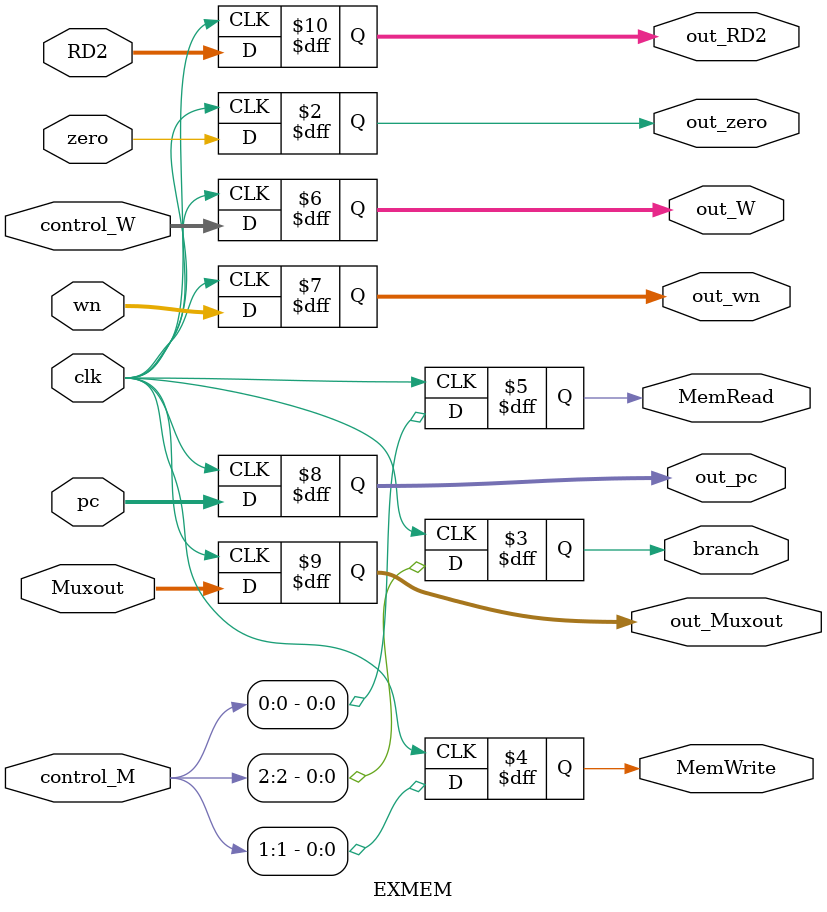
<source format=v>
module EXMEM( clk, pc, Muxout, RD2, wn, control_M, control_W, zero,
              out_pc, out_Muxout, out_RD2, out_wn, out_W, out_zero,
              branch, MemWrite, MemRead );


  input clk, zero ;
  input [1:0] control_W;
  input [2:0] control_M;
  input [4:0] wn;
  input [31:0] pc, Muxout, RD2;

  output out_zero, branch, MemWrite, MemRead ;
  output [1:0] out_W;
  output [4:0] out_wn;
  output [31:0] out_pc, out_Muxout, out_RD2;

  reg out_zero, branch, MemWrite, MemRead ;
  reg [1:0] out_W;
  reg [4:0] out_wn;
  reg [31:0] out_pc, out_Muxout, out_RD2 ;
  
  always @ ( posedge clk ) begin
    out_zero <= zero;
    out_pc <= pc;
    out_Muxout <= Muxout;
    out_RD2 <= RD2;
    out_wn <= wn;
    out_W <= control_W;
    branch <= control_M[2] ;
    MemWrite <= control_M[1] ;
    MemRead <= control_M[0] ;
  end

endmodule
</source>
